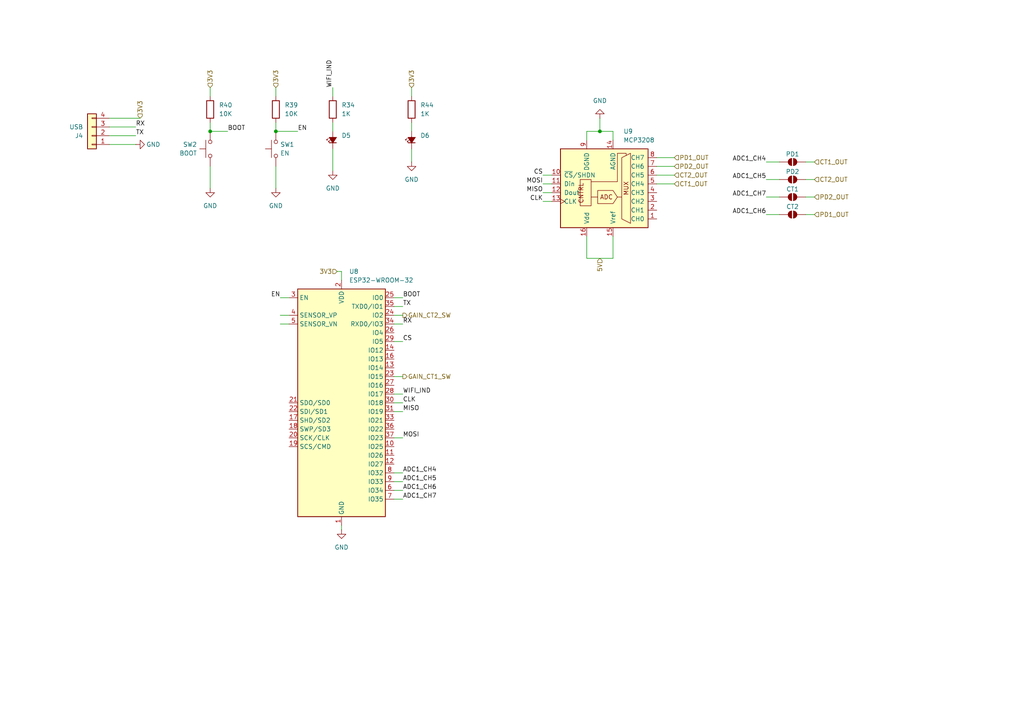
<source format=kicad_sch>
(kicad_sch (version 20231120) (generator "eeschema") (generator_version "8.0")
  (paper "A4")
  (lib_symbols
    (symbol "Analog_ADC:MCP3208" (pin_names (offset 1.016))
      (property "Reference" "U" (at -5.08 13.335 0))
      (property "Value" "MCP3208" (at -5.08 11.43 0))
      (symbol "MCP3208_0_0"
        (text "ADC" (at -0.635 1.27 0) (effects (font (size 1.27 1.27))))
        (text "CNTRL" (at 5.969 -2.921 900) (effects (font (size 1.27 1.27)) (justify left bottom)))
        (text "MUX" (at -6.35 -1.27 900) (effects (font (size 1.27 1.27))))
      )
      (symbol "MCP3208_0_1"
        (polyline (pts (xy -3.81 1.27) (xy -5.08 1.27)))
        (polyline (pts (xy 1.905 1.27) (xy 3.81 1.27)))
        (polyline (pts (xy -7.62 8.89) (xy -7.62 -11.43) (xy -5.08 -10.16) (xy -5.08 7.62) (xy -7.62 8.89)))
        (polyline (pts (xy 3.81 -3.175) (xy -3.81 -3.175) (xy -3.81 -11.43) (xy -6.35 -11.43) (xy -6.35 -10.795)))
        (polyline (pts (xy 1.905 3.175) (xy 1.905 -0.635) (xy -2.54 -0.635) (xy -3.81 1.27) (xy -2.54 3.175) (xy 1.905 3.175)))
        (rectangle (start 3.81 -3.81) (end 6.985 3.81))
        (rectangle (start 12.7 -12.7) (end -12.7 10.16) (stroke (width 0.254)) (fill (type background)))
      )
      (symbol "MCP3208_1_1"
        (pin input line (at -15.24 7.62 0) (length 2.54) (name "CH0") (number "1"))
        (pin input line (at 15.24 -5.08 180) (length 2.54) (name "~{CS}/SHDN") (number "10"))
        (pin input line (at 15.24 -2.54 180) (length 2.54) (name "Din") (number "11"))
        (pin output line (at 15.24 0 180) (length 2.54) (name "Dout") (number "12"))
        (pin input clock (at 15.24 2.54 180) (length 2.54) (name "CLK") (number "13"))
        (pin power_in line (at -2.54 -15.24 90) (length 2.54) (name "AGND") (number "14"))
        (pin power_in line (at -2.54 12.7 270) (length 2.54) (name "Vref") (number "15"))
        (pin power_in line (at 5.08 12.7 270) (length 2.54) (name "Vdd") (number "16"))
        (pin input line (at -15.24 5.08 0) (length 2.54) (name "CH1") (number "2"))
        (pin input line (at -15.24 2.54 0) (length 2.54) (name "CH2") (number "3"))
        (pin input line (at -15.24 0 0) (length 2.54) (name "CH3") (number "4"))
        (pin input line (at -15.24 -2.54 0) (length 2.54) (name "CH4") (number "5"))
        (pin input line (at -15.24 -5.08 0) (length 2.54) (name "CH5") (number "6"))
        (pin input line (at -15.24 -7.62 0) (length 2.54) (name "CH6") (number "7"))
        (pin input line (at -15.24 -10.16 0) (length 2.54) (name "CH7") (number "8"))
        (pin power_in line (at 5.08 -15.24 90) (length 2.54) (name "DGND") (number "9"))
      )
    )
    (symbol "Connector_Generic:Conn_01x04" (pin_names (offset 1.016) hide)
      (property "Reference" "J" (at 0 5.08 0))
      (property "Value" "Conn_01x04" (at 0 -7.62 0))
      (symbol "Conn_01x04_1_1"
        (rectangle (start -1.27 -4.953) (end 0 -5.207) (stroke (width 0.1524)))
        (rectangle (start -1.27 -2.413) (end 0 -2.667) (stroke (width 0.1524)))
        (rectangle (start -1.27 0.127) (end 0 -0.127) (stroke (width 0.1524)))
        (rectangle (start -1.27 2.667) (end 0 2.413) (stroke (width 0.1524)))
        (rectangle (start -1.27 3.81) (end 1.27 -6.35) (stroke (width 0.254)) (fill (type background)))
        (pin passive line (at -5.08 2.54 0) (length 3.81) (name "Pin_1") (number "1"))
        (pin passive line (at -5.08 0 0) (length 3.81) (name "Pin_2") (number "2"))
        (pin passive line (at -5.08 -2.54 0) (length 3.81) (name "Pin_3") (number "3"))
        (pin passive line (at -5.08 -5.08 0) (length 3.81) (name "Pin_4") (number "4"))
      )
    )
    (symbol "Device:LED_Small_Filled" (pin_numbers hide) (pin_names (offset 0.254) hide)
      (property "Reference" "D" (at -1.27 3.175 0))
      (property "Value" "LED_Small_Filled" (at -4.445 -2.54 0))
      (symbol "LED_Small_Filled_0_1"
        (polyline (pts (xy -0.762 -1.016) (xy -0.762 1.016)) (stroke (width 0.254)))
        (polyline (pts (xy 1.016 0) (xy -0.762 0)))
        (polyline (pts (xy 0.762 -1.016) (xy -0.762 0) (xy 0.762 1.016) (xy 0.762 -1.016)) (stroke (width 0.254)) (fill (type outline)))
        (polyline (pts (xy 0 0.762) (xy -0.508 1.27) (xy -0.254 1.27) (xy -0.508 1.27) (xy -0.508 1.016)))
        (polyline (pts (xy 0.508 1.27) (xy 0 1.778) (xy 0.254 1.778) (xy 0 1.778) (xy 0 1.524)))
      )
      (symbol "LED_Small_Filled_1_1"
        (pin passive line (at -2.54 0 0) (length 1.778) (name "K") (number "1"))
        (pin passive line (at 2.54 0 180) (length 1.778) (name "A") (number "2"))
      )
    )
    (symbol "Device:R" (pin_numbers hide) (pin_names (offset 0))
      (property "Reference" "R" (at 2.032 0 90))
      (property "Value" "R" (at 0 0 90))
      (symbol "R_0_1"
        (rectangle (start -1.016 -2.54) (end 1.016 2.54) (stroke (width 0.254)))
      )
      (symbol "R_1_1"
        (pin passive line (at 0 3.81 270) (length 1.27) (name "~") (number "1"))
        (pin passive line (at 0 -3.81 90) (length 1.27) (name "~") (number "2"))
      )
    )
    (symbol "Jumper:SolderJumper_2_Open" (pin_numbers hide) (pin_names (offset 0) hide) (exclude_from_sim yes) (in_bom no)
      (property "Reference" "JP" (at 0 2.032 0))
      (property "Value" "SolderJumper_2_Open" (at 0 -2.54 0))
      (symbol "SolderJumper_2_Open_0_1"
        (arc (start -0.254 1.016) (mid -1.2656 0) (end -0.254 -1.016))
        (arc (start -0.254 1.016) (mid -1.2656 0) (end -0.254 -1.016) (fill (type outline)))
        (polyline (pts (xy -0.254 1.016) (xy -0.254 -1.016)))
        (polyline (pts (xy 0.254 1.016) (xy 0.254 -1.016)))
        (arc (start 0.254 -1.016) (mid 1.2656 0) (end 0.254 1.016))
        (arc (start 0.254 -1.016) (mid 1.2656 0) (end 0.254 1.016) (fill (type outline)))
      )
      (symbol "SolderJumper_2_Open_1_1"
        (pin passive line (at -3.81 0 0) (length 2.54) (name "A") (number "1"))
        (pin passive line (at 3.81 0 180) (length 2.54) (name "B") (number "2"))
      )
    )
    (symbol "RF_Module:ESP32-WROOM-32"
      (property "Reference" "U" (at -12.7 34.29 0))
      (property "Value" "ESP32-WROOM-32" (at 1.27 34.29 0))
      (symbol "ESP32-WROOM-32_0_1"
        (rectangle (start -12.7 33.02) (end 12.7 -33.02) (stroke (width 0.254)) (fill (type background)))
      )
      (symbol "ESP32-WROOM-32_1_1"
        (pin power_in line (at 0 -35.56 90) (length 2.54) (name "GND") (number "1"))
        (pin bidirectional line (at 15.24 -12.7 180) (length 2.54) (name "IO25") (number "10"))
        (pin bidirectional line (at 15.24 -15.24 180) (length 2.54) (name "IO26") (number "11"))
        (pin bidirectional line (at 15.24 -17.78 180) (length 2.54) (name "IO27") (number "12"))
        (pin bidirectional line (at 15.24 10.16 180) (length 2.54) (name "IO14") (number "13"))
        (pin bidirectional line (at 15.24 15.24 180) (length 2.54) (name "IO12") (number "14"))
        (pin passive line (at 0 -35.56 90) (length 2.54) hide (name "GND") (number "15"))
        (pin bidirectional line (at 15.24 12.7 180) (length 2.54) (name "IO13") (number "16"))
        (pin bidirectional line (at -15.24 -5.08 0) (length 2.54) (name "SHD/SD2") (number "17"))
        (pin bidirectional line (at -15.24 -7.62 0) (length 2.54) (name "SWP/SD3") (number "18"))
        (pin bidirectional line (at -15.24 -12.7 0) (length 2.54) (name "SCS/CMD") (number "19"))
        (pin power_in line (at 0 35.56 270) (length 2.54) (name "VDD") (number "2"))
        (pin bidirectional line (at -15.24 -10.16 0) (length 2.54) (name "SCK/CLK") (number "20"))
        (pin bidirectional line (at -15.24 0 0) (length 2.54) (name "SDO/SD0") (number "21"))
        (pin bidirectional line (at -15.24 -2.54 0) (length 2.54) (name "SDI/SD1") (number "22"))
        (pin bidirectional line (at 15.24 7.62 180) (length 2.54) (name "IO15") (number "23"))
        (pin bidirectional line (at 15.24 25.4 180) (length 2.54) (name "IO2") (number "24"))
        (pin bidirectional line (at 15.24 30.48 180) (length 2.54) (name "IO0") (number "25"))
        (pin bidirectional line (at 15.24 20.32 180) (length 2.54) (name "IO4") (number "26"))
        (pin bidirectional line (at 15.24 5.08 180) (length 2.54) (name "IO16") (number "27"))
        (pin bidirectional line (at 15.24 2.54 180) (length 2.54) (name "IO17") (number "28"))
        (pin bidirectional line (at 15.24 17.78 180) (length 2.54) (name "IO5") (number "29"))
        (pin input line (at -15.24 30.48 0) (length 2.54) (name "EN") (number "3"))
        (pin bidirectional line (at 15.24 0 180) (length 2.54) (name "IO18") (number "30"))
        (pin bidirectional line (at 15.24 -2.54 180) (length 2.54) (name "IO19") (number "31"))
        (pin no_connect line (at -12.7 -27.94 0) (length 2.54) hide (name "NC") (number "32"))
        (pin bidirectional line (at 15.24 -5.08 180) (length 2.54) (name "IO21") (number "33"))
        (pin bidirectional line (at 15.24 22.86 180) (length 2.54) (name "RXD0/IO3") (number "34"))
        (pin bidirectional line (at 15.24 27.94 180) (length 2.54) (name "TXD0/IO1") (number "35"))
        (pin bidirectional line (at 15.24 -7.62 180) (length 2.54) (name "IO22") (number "36"))
        (pin bidirectional line (at 15.24 -10.16 180) (length 2.54) (name "IO23") (number "37"))
        (pin passive line (at 0 -35.56 90) (length 2.54) hide (name "GND") (number "38"))
        (pin passive line (at 0 -35.56 90) (length 2.54) hide (name "GND") (number "39"))
        (pin input line (at -15.24 25.4 0) (length 2.54) (name "SENSOR_VP") (number "4"))
        (pin input line (at -15.24 22.86 0) (length 2.54) (name "SENSOR_VN") (number "5"))
        (pin input line (at 15.24 -25.4 180) (length 2.54) (name "IO34") (number "6"))
        (pin input line (at 15.24 -27.94 180) (length 2.54) (name "IO35") (number "7"))
        (pin bidirectional line (at 15.24 -20.32 180) (length 2.54) (name "IO32") (number "8"))
        (pin bidirectional line (at 15.24 -22.86 180) (length 2.54) (name "IO33") (number "9"))
      )
    )
    (symbol "Switch:SW_Push" (pin_numbers hide) (pin_names (offset 1.016) hide)
      (property "Reference" "SW" (at 1.27 2.54 0))
      (property "Value" "SW_Push" (at 0 -1.524 0))
      (symbol "SW_Push_0_1"
        (circle (center -2.032 0) (radius 0.508))
        (polyline (pts (xy 0 1.27) (xy 0 3.048)))
        (polyline (pts (xy 2.54 1.27) (xy -2.54 1.27)))
        (circle (center 2.032 0) (radius 0.508))
        (pin passive line (at -5.08 0 0) (length 2.54) (name "1") (number "1"))
        (pin passive line (at 5.08 0 180) (length 2.54) (name "2") (number "2"))
      )
    )
    (symbol "power:GND" (power) (pin_numbers hide) (pin_names (offset 0) hide)
      (property "Value" "GND" (at 0 -3.81 0))
      (symbol "GND_0_1"
        (polyline (pts (xy 0 0) (xy 0 -1.27) (xy 1.27 -1.27) (xy 0 -2.54) (xy -1.27 -1.27) (xy 0 -1.27)))
      )
      (symbol "GND_1_1"
        (pin power_in line (at 0 0 270) (length 0) (name "~") (number "1"))
      )
    )
  )
  (junction (at 80.01 38.1))
  (junction (at 60.96 38.1))
  (junction (at 173.99 38.1))
  (wire (pts (xy 31.75 41.91) (xy 39.37 41.91)))
  (wire (pts (xy 114.3 91.44) (xy 116.84 91.44)))
  (wire (pts (xy 66.04 38.1) (xy 60.96 38.1)))
  (wire (pts (xy 114.3 144.78) (xy 116.84 144.78)))
  (wire (pts (xy 81.28 91.44) (xy 83.82 91.44)))
  (wire (pts (xy 173.99 34.29) (xy 173.99 38.1)))
  (wire (pts (xy 233.68 57.15) (xy 236.22 57.15)))
  (wire (pts (xy 233.68 46.99) (xy 236.22 46.99)))
  (wire (pts (xy 60.96 25.4) (xy 60.96 27.94)))
  (wire (pts (xy 233.68 52.07) (xy 236.22 52.07)))
  (wire (pts (xy 157.48 53.34) (xy 160.02 53.34)))
  (wire (pts (xy 80.01 48.26) (xy 80.01 54.61)))
  (wire (pts (xy 177.8 38.1) (xy 177.8 40.64)))
  (wire (pts (xy 114.3 88.9) (xy 116.84 88.9)))
  (wire (pts (xy 97.79 78.74) (xy 99.06 78.74)))
  (wire (pts (xy 96.52 25.4) (xy 96.52 27.94)))
  (wire (pts (xy 99.06 78.74) (xy 99.06 81.28)))
  (wire (pts (xy 39.37 36.83) (xy 31.75 36.83)))
  (wire (pts (xy 80.01 38.1) (xy 86.36 38.1)))
  (wire (pts (xy 114.3 127) (xy 116.84 127)))
  (wire (pts (xy 114.3 139.7) (xy 116.84 139.7)))
  (wire (pts (xy 190.5 53.34) (xy 195.58 53.34)))
  (wire (pts (xy 170.18 40.64) (xy 170.18 38.1)))
  (wire (pts (xy 173.99 38.1) (xy 177.8 38.1)))
  (wire (pts (xy 96.52 43.18) (xy 96.52 49.53)))
  (wire (pts (xy 222.25 52.07) (xy 226.06 52.07)))
  (wire (pts (xy 233.68 62.23) (xy 236.22 62.23)))
  (wire (pts (xy 114.3 93.98) (xy 116.84 93.98)))
  (wire (pts (xy 222.25 57.15) (xy 226.06 57.15)))
  (wire (pts (xy 99.06 152.4) (xy 99.06 153.67)))
  (wire (pts (xy 114.3 142.24) (xy 116.84 142.24)))
  (wire (pts (xy 190.5 48.26) (xy 195.58 48.26)))
  (wire (pts (xy 190.5 50.8) (xy 195.58 50.8)))
  (wire (pts (xy 114.3 119.38) (xy 116.84 119.38)))
  (wire (pts (xy 114.3 109.22) (xy 116.84 109.22)))
  (wire (pts (xy 96.52 35.56) (xy 96.52 38.1)))
  (wire (pts (xy 80.01 38.1) (xy 80.01 35.56)))
  (wire (pts (xy 60.96 35.56) (xy 60.96 38.1)))
  (wire (pts (xy 222.25 62.23) (xy 226.06 62.23)))
  (wire (pts (xy 39.37 39.37) (xy 31.75 39.37)))
  (wire (pts (xy 170.18 74.93) (xy 177.8 74.93)))
  (wire (pts (xy 114.3 114.3) (xy 116.84 114.3)))
  (wire (pts (xy 157.48 55.88) (xy 160.02 55.88)))
  (wire (pts (xy 177.8 68.58) (xy 177.8 74.93)))
  (wire (pts (xy 119.38 35.56) (xy 119.38 38.1)))
  (wire (pts (xy 119.38 25.4) (xy 119.38 27.94)))
  (wire (pts (xy 190.5 45.72) (xy 195.58 45.72)))
  (wire (pts (xy 81.28 93.98) (xy 83.82 93.98)))
  (wire (pts (xy 114.3 137.16) (xy 116.84 137.16)))
  (wire (pts (xy 170.18 38.1) (xy 173.99 38.1)))
  (wire (pts (xy 40.64 34.29) (xy 31.75 34.29)))
  (wire (pts (xy 114.3 116.84) (xy 116.84 116.84)))
  (wire (pts (xy 157.48 58.42) (xy 160.02 58.42)))
  (wire (pts (xy 170.18 68.58) (xy 170.18 74.93)))
  (wire (pts (xy 80.01 25.4) (xy 80.01 27.94)))
  (wire (pts (xy 157.48 50.8) (xy 160.02 50.8)))
  (wire (pts (xy 119.38 43.18) (xy 119.38 46.99)))
  (wire (pts (xy 222.25 46.99) (xy 226.06 46.99)))
  (wire (pts (xy 60.96 48.26) (xy 60.96 54.61)))
  (wire (pts (xy 114.3 86.36) (xy 116.84 86.36)))
  (wire (pts (xy 81.28 86.36) (xy 83.82 86.36)))
  (wire (pts (xy 114.3 99.06) (xy 116.84 99.06)))
  (label "RX" (at 39.37 36.83 0))
  (label "TX" (at 116.84 88.9 0))
  (label "ADC1_CH5" (at 222.25 52.07 180))
  (label "MISO" (at 116.84 119.38 0))
  (label "WIFI_IND" (at 116.84 114.3 0))
  (label "ADC1_CH7" (at 116.84 144.78 0))
  (label "MOSI" (at 157.48 53.34 180))
  (label "CS" (at 116.84 99.06 0))
  (label "ADC1_CH6" (at 116.84 142.24 0))
  (label "MISO" (at 157.48 55.88 180))
  (label "ADC1_CH4" (at 222.25 46.99 180))
  (label "WIFI_IND" (at 96.52 25.4 90))
  (label "ADC1_CH4" (at 116.84 137.16 0))
  (label "CLK" (at 116.84 116.84 0))
  (label "BOOT" (at 116.84 86.36 0))
  (label "ADC1_CH5" (at 116.84 139.7 0))
  (label "CLK" (at 157.48 58.42 180))
  (label "RX" (at 116.84 93.98 0))
  (label "ADC1_CH6" (at 222.25 62.23 180))
  (label "BOOT" (at 66.04 38.1 0))
  (label "CS" (at 157.48 50.8 180))
  (label "TX" (at 39.37 39.37 0))
  (label "EN" (at 86.36 38.1 0))
  (label "EN" (at 81.28 86.36 180))
  (label "ADC1_CH7" (at 222.25 57.15 180))
  (label "MOSI" (at 116.84 127 0))
  (hierarchical_label "3V3" (shape input) (at 40.64 34.29 90))
  (hierarchical_label "PD2_OUT" (shape input) (at 236.22 57.15 0))
  (hierarchical_label "GAIN_CT2_SW" (shape output) (at 116.84 91.44 0))
  (hierarchical_label "3V3" (shape input) (at 97.79 78.74 180))
  (hierarchical_label "5V" (shape input) (at 173.99 74.93 270))
  (hierarchical_label "3V3" (shape input) (at 60.96 25.4 90))
  (hierarchical_label "CT1_OUT" (shape input) (at 195.58 53.34 0))
  (hierarchical_label "PD1_OUT" (shape input) (at 195.58 45.72 0))
  (hierarchical_label "3V3" (shape input) (at 119.38 25.4 90))
  (hierarchical_label "GAIN_CT1_SW" (shape output) (at 116.84 109.22 0))
  (hierarchical_label "3V3" (shape input) (at 80.01 25.4 90))
  (hierarchical_label "CT1_OUT" (shape input) (at 236.22 46.99 0))
  (hierarchical_label "PD1_OUT" (shape input) (at 236.22 62.23 0))
  (hierarchical_label "PD2_OUT" (shape input) (at 195.58 48.26 0))
  (hierarchical_label "CT2_OUT" (shape input) (at 195.58 50.8 0))
  (hierarchical_label "CT2_OUT" (shape input) (at 236.22 52.07 0))
  (symbol (lib_id "Device:R") (at 96.52 31.75 0) (unit 1)
    (property "Reference" "R34" (at 99.06 30.4799 0) (effects (justify left)))
    (property "Value" "1K" (at 99.06 33.0199 0) (effects (justify left)))
    (property "Footprint" "Resistor_SMD:R_0805_2012Metric_Pad1.20x1.40mm_HandSolder" (effects (hide yes)))
    (property "Description" "Resistor" (effects (hide yes)))
  )
  (symbol (lib_id "Jumper:SolderJumper_2_Open") (at 229.87 46.99 0) (unit 1) (exclude_from_sim yes) (in_bom no)
    (property "Reference" "PD1" (at 229.87 44.704 0))
    (property "Value" "SolderJumper_2_Open" (effects (hide yes)))
    (property "Footprint" "Jumper:SolderJumper-2_P1.3mm_Open_RoundedPad1.0x1.5mm" (effects (hide yes)))
    (property "Description" "Solder Jumper, 2-pole, open" (effects (hide yes)))
  )
  (symbol (lib_id "power:GND") (at 99.06 153.67 0) (unit 1)
    (property "Reference" "#PWR031" (effects (hide yes)))
    (property "Value" "GND" (at 99.06 158.75 0))
    (property "Description" "Power symbol creates a global label with name \"GND\" , ground" (effects (hide yes)))
  )
  (symbol (lib_id "Analog_ADC:MCP3208") (at 175.26 55.88 180) (unit 1)
    (property "Reference" "U9" (at 180.8165 38.1 0) (effects (justify right)))
    (property "Value" "MCP3208" (at 180.8165 40.64 0) (effects (justify right)))
    (property "Footprint" "Package_SO:SOIC-16_3.9x9.9mm_P1.27mm" (effects (hide yes)))
    (property "Datasheet" "http://ww1.microchip.com/downloads/en/DeviceDoc/21298c.pdf" (effects (hide yes)))
    (property "Description" "A/D Converter, 12-Bit, 8-Channel, SPI Interface , 2.7V-5.5V" (effects (hide yes)))
  )
  (symbol (lib_id "Switch:SW_Push") (at 80.01 43.18 90) (unit 1)
    (property "Reference" "SW1" (at 81.28 41.9099 90) (effects (justify right)))
    (property "Value" "EN" (at 81.28 44.4499 90) (effects (justify right)))
    (property "Footprint" "Button_Switch_SMD:SW_SPST_B3U-1000P" (effects (hide yes)))
    (property "Description" "Push button switch, generic, two pins" (effects (hide yes)))
  )
  (symbol (lib_id "Jumper:SolderJumper_2_Open") (at 229.87 52.07 0) (unit 1) (exclude_from_sim yes) (in_bom no)
    (property "Reference" "PD2" (at 229.87 49.784 0))
    (property "Value" "SolderJumper_2_Open" (effects (hide yes)))
    (property "Footprint" "Jumper:SolderJumper-2_P1.3mm_Open_RoundedPad1.0x1.5mm" (effects (hide yes)))
    (property "Description" "Solder Jumper, 2-pole, open" (effects (hide yes)))
  )
  (symbol (lib_id "Device:R") (at 80.01 31.75 0) (unit 1)
    (property "Reference" "R39" (at 82.55 30.4799 0) (effects (justify left)))
    (property "Value" "10K" (at 82.55 33.0199 0) (effects (justify left)))
    (property "Footprint" "Resistor_SMD:R_0805_2012Metric_Pad1.20x1.40mm_HandSolder" (effects (hide yes)))
    (property "Description" "Resistor" (effects (hide yes)))
  )
  (symbol (lib_id "Device:R") (at 60.96 31.75 0) (unit 1)
    (property "Reference" "R40" (at 63.5 30.4799 0) (effects (justify left)))
    (property "Value" "10K" (at 63.5 33.0199 0) (effects (justify left)))
    (property "Footprint" "Resistor_SMD:R_0805_2012Metric_Pad1.20x1.40mm_HandSolder" (effects (hide yes)))
    (property "Description" "Resistor" (effects (hide yes)))
  )
  (symbol (lib_id "power:GND") (at 39.37 41.91 90) (unit 1)
    (property "Reference" "#PWR023" (effects (hide yes)))
    (property "Value" "GND" (at 42.418 41.91 90) (effects (justify right)))
    (property "Description" "Power symbol creates a global label with name \"GND\" , ground" (effects (hide yes)))
  )
  (symbol (lib_id "Jumper:SolderJumper_2_Open") (at 229.87 62.23 0) (unit 1) (exclude_from_sim yes) (in_bom no)
    (property "Reference" "CT2" (at 229.87 59.944 0))
    (property "Value" "SolderJumper_2_Open" (effects (hide yes)))
    (property "Footprint" "Jumper:SolderJumper-2_P1.3mm_Open_RoundedPad1.0x1.5mm" (effects (hide yes)))
    (property "Description" "Solder Jumper, 2-pole, open" (effects (hide yes)))
  )
  (symbol (lib_id "RF_Module:ESP32-WROOM-32") (at 99.06 116.84 0) (unit 1)
    (property "Reference" "U8" (at 101.2541 78.74 0) (effects (justify left)))
    (property "Value" "ESP32-WROOM-32" (at 101.2541 81.28 0) (effects (justify left)))
    (property "Footprint" "RF_Module:ESP32-WROOM-32" (effects (hide yes)))
    (property "Datasheet" "https://www.espressif.com/sites/default/files/documentation/esp32-wroom-32_datasheet_en.pdf" (effects (hide yes)))
    (property "Description" "RF Module, ESP32-D0WDQ6 SoC, Wi-Fi 802.11b/g/n, Bluetooth, BLE, 32-bit, 2.7-3.6V, onboard antenna, SMD" (effects (hide yes)))
  )
  (symbol (lib_id "Connector_Generic:Conn_01x04") (at 26.67 39.37 180) (unit 1)
    (property "Reference" "J4" (at 24.13 39.3701 0) (effects (justify left)))
    (property "Value" "USB" (at 24.13 36.8301 0) (effects (justify left)))
    (property "Footprint" "Connector_PinHeader_2.54mm:PinHeader_2x02_P2.54mm_Vertical" (effects (hide yes)))
    (property "Description" "Generic connector, single row, 01x04, script generated (kicad-library-utils/schlib/autogen/connector/)" (effects (hide yes)))
  )
  (symbol (lib_id "Jumper:SolderJumper_2_Open") (at 229.87 57.15 0) (unit 1) (exclude_from_sim yes) (in_bom no)
    (property "Reference" "CT1" (at 229.87 54.864 0))
    (property "Value" "SolderJumper_2_Open" (effects (hide yes)))
    (property "Footprint" "Jumper:SolderJumper-2_P1.3mm_Open_RoundedPad1.0x1.5mm" (effects (hide yes)))
    (property "Description" "Solder Jumper, 2-pole, open" (effects (hide yes)))
  )
  (symbol (lib_id "power:GND") (at 80.01 54.61 0) (unit 1)
    (property "Reference" "#PWR024" (effects (hide yes)))
    (property "Value" "GND" (at 80.01 59.69 0))
    (property "Description" "Power symbol creates a global label with name \"GND\" , ground" (effects (hide yes)))
  )
  (symbol (lib_id "power:GND") (at 60.96 54.61 0) (unit 1)
    (property "Reference" "#PWR025" (effects (hide yes)))
    (property "Value" "GND" (at 60.96 59.69 0))
    (property "Description" "Power symbol creates a global label with name \"GND\" , ground" (effects (hide yes)))
  )
  (symbol (lib_id "Device:LED_Small_Filled") (at 119.38 40.64 90) (unit 1)
    (property "Reference" "D6" (at 121.92 39.3064 90) (effects (justify right)))
    (property "Value" "LED_Small_Filled" (effects (hide yes)))
    (property "Footprint" "LED_THT:LED_D5.0mm" (effects (hide yes)))
    (property "Description" "Light emitting diode, small symbol, filled shape" (effects (hide yes)))
  )
  (symbol (lib_id "power:GND") (at 119.38 46.99 0) (unit 1)
    (property "Reference" "#PWR027" (effects (hide yes)))
    (property "Value" "GND" (at 119.38 52.07 0))
    (property "Description" "Power symbol creates a global label with name \"GND\" , ground" (effects (hide yes)))
  )
  (symbol (lib_id "Device:LED_Small_Filled") (at 96.52 40.64 90) (unit 1)
    (property "Reference" "D5" (at 99.06 39.3064 90) (effects (justify right)))
    (property "Value" "LED_Small_Filled" (effects (hide yes)))
    (property "Footprint" "LED_THT:LED_D5.0mm" (effects (hide yes)))
    (property "Description" "Light emitting diode, small symbol, filled shape" (effects (hide yes)))
  )
  (symbol (lib_id "power:GND") (at 96.52 49.53 0) (unit 1)
    (property "Reference" "#PWR026" (effects (hide yes)))
    (property "Value" "GND" (at 96.52 54.61 0))
    (property "Description" "Power symbol creates a global label with name \"GND\" , ground" (effects (hide yes)))
  )
  (symbol (lib_id "Device:R") (at 119.38 31.75 0) (unit 1)
    (property "Reference" "R44" (at 121.92 30.4799 0) (effects (justify left)))
    (property "Value" "1K" (at 121.92 33.0199 0) (effects (justify left)))
    (property "Footprint" "Resistor_SMD:R_0805_2012Metric_Pad1.20x1.40mm_HandSolder" (effects (hide yes)))
    (property "Description" "Resistor" (effects (hide yes)))
  )
  (symbol (lib_id "Switch:SW_Push") (at 60.96 43.18 90) (mirror x) (unit 1)
    (property "Reference" "SW2" (at 57.15 41.9099 90) (effects (justify left)))
    (property "Value" "BOOT" (at 57.15 44.4499 90) (effects (justify left)))
    (property "Footprint" "Button_Switch_SMD:SW_SPST_B3U-1000P" (effects (hide yes)))
    (property "Description" "Push button switch, generic, two pins" (effects (hide yes)))
  )
  (symbol (lib_id "power:GND") (at 173.99 34.29 180) (unit 1)
    (property "Reference" "#PWR032" (effects (hide yes)))
    (property "Value" "GND" (at 173.99 29.21 0))
    (property "Description" "Power symbol creates a global label with name \"GND\" , ground" (effects (hide yes)))
  )
)
</source>
